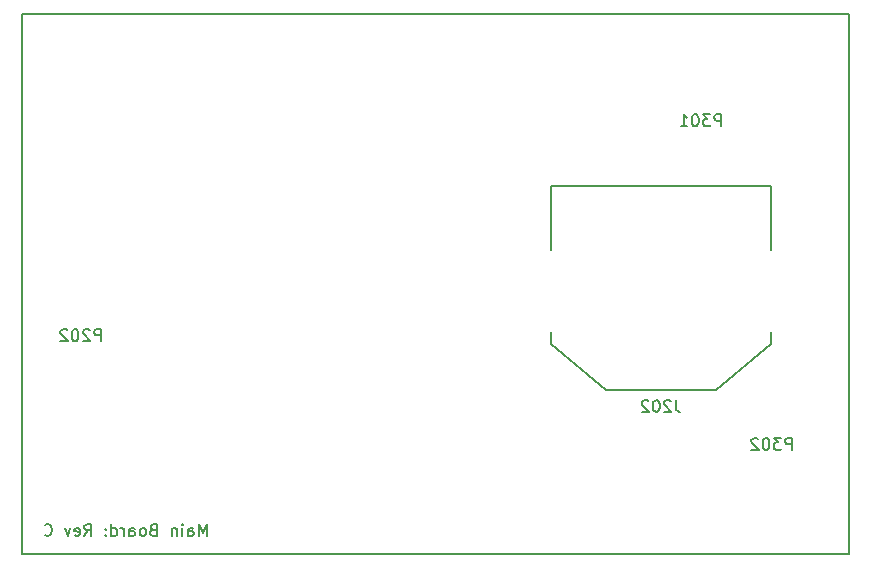
<source format=gbr>
G04 #@! TF.GenerationSoftware,KiCad,Pcbnew,(5.1.5-0-10_14)*
G04 #@! TF.CreationDate,2020-05-22T17:31:33+12:00*
G04 #@! TF.ProjectId,main-board,6d61696e-2d62-46f6-9172-642e6b696361,C*
G04 #@! TF.SameCoordinates,Original*
G04 #@! TF.FileFunction,Legend,Bot*
G04 #@! TF.FilePolarity,Positive*
%FSLAX46Y46*%
G04 Gerber Fmt 4.6, Leading zero omitted, Abs format (unit mm)*
G04 Created by KiCad (PCBNEW (5.1.5-0-10_14)) date 2020-05-22 17:31:33*
%MOMM*%
%LPD*%
G04 APERTURE LIST*
%ADD10C,0.200000*%
G04 APERTURE END LIST*
D10*
X44000000Y-97300000D02*
X44000000Y-51600000D01*
X114000000Y-97300000D02*
X44000000Y-97300000D01*
X114000000Y-51600000D02*
X114000000Y-97300000D01*
X44000000Y-51600000D02*
X114000000Y-51600000D01*
X59631904Y-95752380D02*
X59631904Y-94752380D01*
X59298571Y-95466666D01*
X58965238Y-94752380D01*
X58965238Y-95752380D01*
X58060476Y-95752380D02*
X58060476Y-95228571D01*
X58108095Y-95133333D01*
X58203333Y-95085714D01*
X58393809Y-95085714D01*
X58489047Y-95133333D01*
X58060476Y-95704761D02*
X58155714Y-95752380D01*
X58393809Y-95752380D01*
X58489047Y-95704761D01*
X58536666Y-95609523D01*
X58536666Y-95514285D01*
X58489047Y-95419047D01*
X58393809Y-95371428D01*
X58155714Y-95371428D01*
X58060476Y-95323809D01*
X57584285Y-95752380D02*
X57584285Y-95085714D01*
X57584285Y-94752380D02*
X57631904Y-94800000D01*
X57584285Y-94847619D01*
X57536666Y-94800000D01*
X57584285Y-94752380D01*
X57584285Y-94847619D01*
X57108095Y-95085714D02*
X57108095Y-95752380D01*
X57108095Y-95180952D02*
X57060476Y-95133333D01*
X56965238Y-95085714D01*
X56822380Y-95085714D01*
X56727142Y-95133333D01*
X56679523Y-95228571D01*
X56679523Y-95752380D01*
X55108095Y-95228571D02*
X54965238Y-95276190D01*
X54917619Y-95323809D01*
X54870000Y-95419047D01*
X54870000Y-95561904D01*
X54917619Y-95657142D01*
X54965238Y-95704761D01*
X55060476Y-95752380D01*
X55441428Y-95752380D01*
X55441428Y-94752380D01*
X55108095Y-94752380D01*
X55012857Y-94800000D01*
X54965238Y-94847619D01*
X54917619Y-94942857D01*
X54917619Y-95038095D01*
X54965238Y-95133333D01*
X55012857Y-95180952D01*
X55108095Y-95228571D01*
X55441428Y-95228571D01*
X54298571Y-95752380D02*
X54393809Y-95704761D01*
X54441428Y-95657142D01*
X54489047Y-95561904D01*
X54489047Y-95276190D01*
X54441428Y-95180952D01*
X54393809Y-95133333D01*
X54298571Y-95085714D01*
X54155714Y-95085714D01*
X54060476Y-95133333D01*
X54012857Y-95180952D01*
X53965238Y-95276190D01*
X53965238Y-95561904D01*
X54012857Y-95657142D01*
X54060476Y-95704761D01*
X54155714Y-95752380D01*
X54298571Y-95752380D01*
X53108095Y-95752380D02*
X53108095Y-95228571D01*
X53155714Y-95133333D01*
X53250952Y-95085714D01*
X53441428Y-95085714D01*
X53536666Y-95133333D01*
X53108095Y-95704761D02*
X53203333Y-95752380D01*
X53441428Y-95752380D01*
X53536666Y-95704761D01*
X53584285Y-95609523D01*
X53584285Y-95514285D01*
X53536666Y-95419047D01*
X53441428Y-95371428D01*
X53203333Y-95371428D01*
X53108095Y-95323809D01*
X52631904Y-95752380D02*
X52631904Y-95085714D01*
X52631904Y-95276190D02*
X52584285Y-95180952D01*
X52536666Y-95133333D01*
X52441428Y-95085714D01*
X52346190Y-95085714D01*
X51584285Y-95752380D02*
X51584285Y-94752380D01*
X51584285Y-95704761D02*
X51679523Y-95752380D01*
X51870000Y-95752380D01*
X51965238Y-95704761D01*
X52012857Y-95657142D01*
X52060476Y-95561904D01*
X52060476Y-95276190D01*
X52012857Y-95180952D01*
X51965238Y-95133333D01*
X51870000Y-95085714D01*
X51679523Y-95085714D01*
X51584285Y-95133333D01*
X51108095Y-95657142D02*
X51060476Y-95704761D01*
X51108095Y-95752380D01*
X51155714Y-95704761D01*
X51108095Y-95657142D01*
X51108095Y-95752380D01*
X51108095Y-95133333D02*
X51060476Y-95180952D01*
X51108095Y-95228571D01*
X51155714Y-95180952D01*
X51108095Y-95133333D01*
X51108095Y-95228571D01*
X49298571Y-95752380D02*
X49631904Y-95276190D01*
X49870000Y-95752380D02*
X49870000Y-94752380D01*
X49489047Y-94752380D01*
X49393809Y-94800000D01*
X49346190Y-94847619D01*
X49298571Y-94942857D01*
X49298571Y-95085714D01*
X49346190Y-95180952D01*
X49393809Y-95228571D01*
X49489047Y-95276190D01*
X49870000Y-95276190D01*
X48489047Y-95704761D02*
X48584285Y-95752380D01*
X48774761Y-95752380D01*
X48870000Y-95704761D01*
X48917619Y-95609523D01*
X48917619Y-95228571D01*
X48870000Y-95133333D01*
X48774761Y-95085714D01*
X48584285Y-95085714D01*
X48489047Y-95133333D01*
X48441428Y-95228571D01*
X48441428Y-95323809D01*
X48917619Y-95419047D01*
X48108095Y-95085714D02*
X47870000Y-95752380D01*
X47631904Y-95085714D01*
X45917619Y-95657142D02*
X45965238Y-95704761D01*
X46108095Y-95752380D01*
X46203333Y-95752380D01*
X46346190Y-95704761D01*
X46441428Y-95609523D01*
X46489047Y-95514285D01*
X46536666Y-95323809D01*
X46536666Y-95180952D01*
X46489047Y-94990476D01*
X46441428Y-94895238D01*
X46346190Y-94800000D01*
X46203333Y-94752380D01*
X46108095Y-94752380D01*
X45965238Y-94800000D01*
X45917619Y-94847619D01*
X107384000Y-66108000D02*
X88784000Y-66108000D01*
X93484000Y-83408000D02*
X88784000Y-79508000D01*
X102784000Y-83408000D02*
X93484000Y-83408000D01*
X102784000Y-83408000D02*
X107384000Y-79508000D01*
X107384000Y-66208000D02*
X107384000Y-71508000D01*
X107384000Y-79508000D02*
X107384000Y-78508000D01*
X88784000Y-66108000D02*
X88784000Y-71508000D01*
X88784000Y-79508000D02*
X88784000Y-78508000D01*
X50690476Y-79252380D02*
X50690476Y-78252380D01*
X50309523Y-78252380D01*
X50214285Y-78300000D01*
X50166666Y-78347619D01*
X50119047Y-78442857D01*
X50119047Y-78585714D01*
X50166666Y-78680952D01*
X50214285Y-78728571D01*
X50309523Y-78776190D01*
X50690476Y-78776190D01*
X49738095Y-78347619D02*
X49690476Y-78300000D01*
X49595238Y-78252380D01*
X49357142Y-78252380D01*
X49261904Y-78300000D01*
X49214285Y-78347619D01*
X49166666Y-78442857D01*
X49166666Y-78538095D01*
X49214285Y-78680952D01*
X49785714Y-79252380D01*
X49166666Y-79252380D01*
X48547619Y-78252380D02*
X48452380Y-78252380D01*
X48357142Y-78300000D01*
X48309523Y-78347619D01*
X48261904Y-78442857D01*
X48214285Y-78633333D01*
X48214285Y-78871428D01*
X48261904Y-79061904D01*
X48309523Y-79157142D01*
X48357142Y-79204761D01*
X48452380Y-79252380D01*
X48547619Y-79252380D01*
X48642857Y-79204761D01*
X48690476Y-79157142D01*
X48738095Y-79061904D01*
X48785714Y-78871428D01*
X48785714Y-78633333D01*
X48738095Y-78442857D01*
X48690476Y-78347619D01*
X48642857Y-78300000D01*
X48547619Y-78252380D01*
X47833333Y-78347619D02*
X47785714Y-78300000D01*
X47690476Y-78252380D01*
X47452380Y-78252380D01*
X47357142Y-78300000D01*
X47309523Y-78347619D01*
X47261904Y-78442857D01*
X47261904Y-78538095D01*
X47309523Y-78680952D01*
X47880952Y-79252380D01*
X47261904Y-79252380D01*
X103190476Y-61052380D02*
X103190476Y-60052380D01*
X102809523Y-60052380D01*
X102714285Y-60100000D01*
X102666666Y-60147619D01*
X102619047Y-60242857D01*
X102619047Y-60385714D01*
X102666666Y-60480952D01*
X102714285Y-60528571D01*
X102809523Y-60576190D01*
X103190476Y-60576190D01*
X102285714Y-60052380D02*
X101666666Y-60052380D01*
X102000000Y-60433333D01*
X101857142Y-60433333D01*
X101761904Y-60480952D01*
X101714285Y-60528571D01*
X101666666Y-60623809D01*
X101666666Y-60861904D01*
X101714285Y-60957142D01*
X101761904Y-61004761D01*
X101857142Y-61052380D01*
X102142857Y-61052380D01*
X102238095Y-61004761D01*
X102285714Y-60957142D01*
X101047619Y-60052380D02*
X100952380Y-60052380D01*
X100857142Y-60100000D01*
X100809523Y-60147619D01*
X100761904Y-60242857D01*
X100714285Y-60433333D01*
X100714285Y-60671428D01*
X100761904Y-60861904D01*
X100809523Y-60957142D01*
X100857142Y-61004761D01*
X100952380Y-61052380D01*
X101047619Y-61052380D01*
X101142857Y-61004761D01*
X101190476Y-60957142D01*
X101238095Y-60861904D01*
X101285714Y-60671428D01*
X101285714Y-60433333D01*
X101238095Y-60242857D01*
X101190476Y-60147619D01*
X101142857Y-60100000D01*
X101047619Y-60052380D01*
X99761904Y-61052380D02*
X100333333Y-61052380D01*
X100047619Y-61052380D02*
X100047619Y-60052380D01*
X100142857Y-60195238D01*
X100238095Y-60290476D01*
X100333333Y-60338095D01*
X109190476Y-88452380D02*
X109190476Y-87452380D01*
X108809523Y-87452380D01*
X108714285Y-87500000D01*
X108666666Y-87547619D01*
X108619047Y-87642857D01*
X108619047Y-87785714D01*
X108666666Y-87880952D01*
X108714285Y-87928571D01*
X108809523Y-87976190D01*
X109190476Y-87976190D01*
X108285714Y-87452380D02*
X107666666Y-87452380D01*
X108000000Y-87833333D01*
X107857142Y-87833333D01*
X107761904Y-87880952D01*
X107714285Y-87928571D01*
X107666666Y-88023809D01*
X107666666Y-88261904D01*
X107714285Y-88357142D01*
X107761904Y-88404761D01*
X107857142Y-88452380D01*
X108142857Y-88452380D01*
X108238095Y-88404761D01*
X108285714Y-88357142D01*
X107047619Y-87452380D02*
X106952380Y-87452380D01*
X106857142Y-87500000D01*
X106809523Y-87547619D01*
X106761904Y-87642857D01*
X106714285Y-87833333D01*
X106714285Y-88071428D01*
X106761904Y-88261904D01*
X106809523Y-88357142D01*
X106857142Y-88404761D01*
X106952380Y-88452380D01*
X107047619Y-88452380D01*
X107142857Y-88404761D01*
X107190476Y-88357142D01*
X107238095Y-88261904D01*
X107285714Y-88071428D01*
X107285714Y-87833333D01*
X107238095Y-87642857D01*
X107190476Y-87547619D01*
X107142857Y-87500000D01*
X107047619Y-87452380D01*
X106333333Y-87547619D02*
X106285714Y-87500000D01*
X106190476Y-87452380D01*
X105952380Y-87452380D01*
X105857142Y-87500000D01*
X105809523Y-87547619D01*
X105761904Y-87642857D01*
X105761904Y-87738095D01*
X105809523Y-87880952D01*
X106380952Y-88452380D01*
X105761904Y-88452380D01*
X99369714Y-84252380D02*
X99369714Y-84966666D01*
X99417333Y-85109523D01*
X99512571Y-85204761D01*
X99655428Y-85252380D01*
X99750666Y-85252380D01*
X98941142Y-84347619D02*
X98893523Y-84300000D01*
X98798285Y-84252380D01*
X98560190Y-84252380D01*
X98464952Y-84300000D01*
X98417333Y-84347619D01*
X98369714Y-84442857D01*
X98369714Y-84538095D01*
X98417333Y-84680952D01*
X98988761Y-85252380D01*
X98369714Y-85252380D01*
X97750666Y-84252380D02*
X97655428Y-84252380D01*
X97560190Y-84300000D01*
X97512571Y-84347619D01*
X97464952Y-84442857D01*
X97417333Y-84633333D01*
X97417333Y-84871428D01*
X97464952Y-85061904D01*
X97512571Y-85157142D01*
X97560190Y-85204761D01*
X97655428Y-85252380D01*
X97750666Y-85252380D01*
X97845904Y-85204761D01*
X97893523Y-85157142D01*
X97941142Y-85061904D01*
X97988761Y-84871428D01*
X97988761Y-84633333D01*
X97941142Y-84442857D01*
X97893523Y-84347619D01*
X97845904Y-84300000D01*
X97750666Y-84252380D01*
X97036380Y-84347619D02*
X96988761Y-84300000D01*
X96893523Y-84252380D01*
X96655428Y-84252380D01*
X96560190Y-84300000D01*
X96512571Y-84347619D01*
X96464952Y-84442857D01*
X96464952Y-84538095D01*
X96512571Y-84680952D01*
X97084000Y-85252380D01*
X96464952Y-85252380D01*
M02*

</source>
